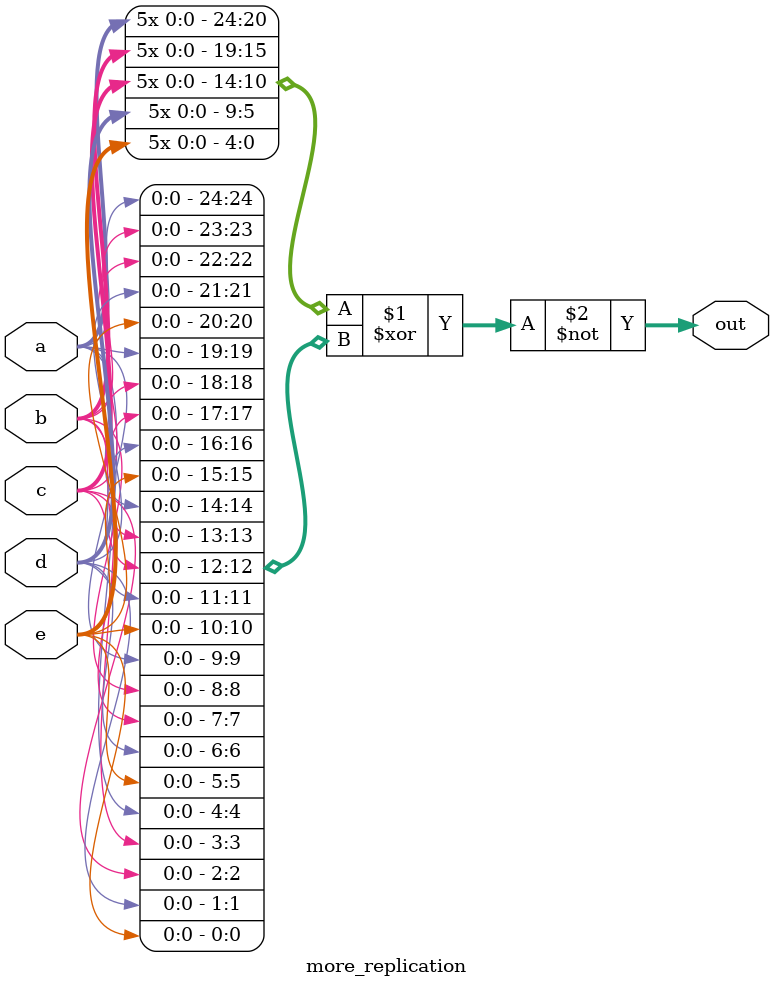
<source format=v>
module more_replication (
    input a, b, c, d, e,
    output [24:0] out 
);
    assign out = ~({{5{a}},{5{b}},{5{c}},{5{d}},{5{e}}} ^ {5{a,b,c,d,e}});
endmodule


</source>
